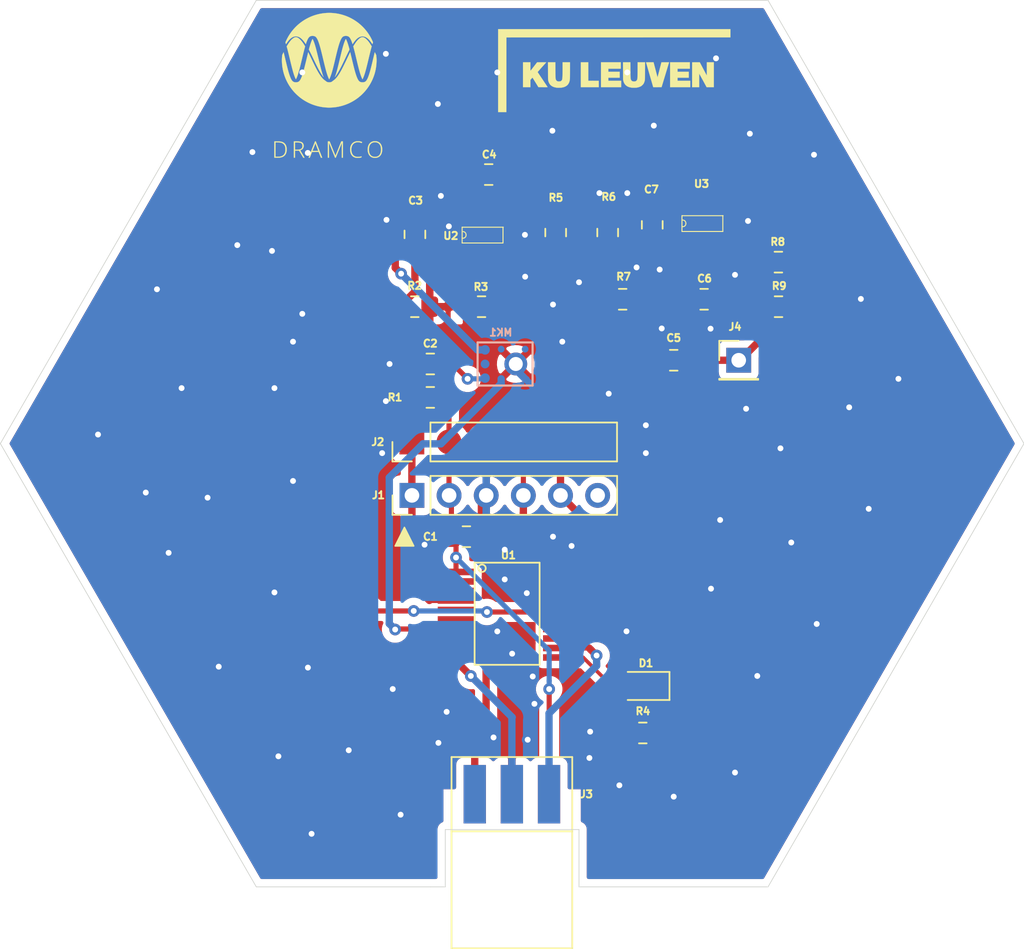
<source format=kicad_pcb>
(kicad_pcb (version 20171130) (host pcbnew "(5.1.4)-1")
  (layers (0 F.Cu signal) (31 B.Cu signal) (34 B.Paste user) (35 F.Paste user) (36 B.SilkS user) (37 F.SilkS user) (38 B.Mask user) (39 F.Mask user) (44 Edge.Cuts user))
  (net 0 "")
  (net 1 GND)
  (net 2 3V3)
  (net 3 VDDsensor)
  (net 4 "Net-(C3-Pad2)")
  (net 5 "Net-(C3-Pad1)")
  (net 6 Vanalog)
  (net 7 MCLR)
  (net 8 ICSPDAT)
  (net 9 ICSPCLK)
  (net 10 "Net-(J1-Pad6)")
  (net 11 SDA)
  (net 12 SCL)
  (net 13 INT)
  (net 14 "Net-(MK1-Pad3)")
  (net 15 "Net-(MK1-Pad2)")
  (net 16 mode)
  (net 17 "Net-(MK1-Pad7)")
  (net 18 "Net-(R3-Pad2)")
  (net 19 "Net-(U1-Pad2)")
  (net 20 "Net-(U1-Pad3)")
  (net 21 "Net-(U1-Pad5)")
  (net 22 "Net-(U1-Pad6)")
  (net 23 "Net-(U1-Pad8)")
  (net 24 "Net-(U1-Pad13)")
  (net 25 "Net-(U1-Pad14)")
  (net 26 "Net-(U1-Pad17)")
  (net 27 "Net-(D1-Pad1)")
  (net 28 LEDdebug)
  (net 29 "Net-(R8-Pad1)")
  (net 30 "Net-(J2-Pad6)")
  (net 31 "Net-(C5-Pad2)")
  (net 32 "Net-(C6-Pad1)")
  (net 33 "Net-(J3-Pad6)")
  (net 34 "Net-(R5-Pad1)")
  (module Capacitor_SMD:C_0805_2012Metric_Pad1.15x1.40mm_HandSolder (layer F.Cu) (at 116.90212 72.49668 180)
    (fp_text reference C2 (at 0 1.397 180) (layer F.SilkS) (effects (font (size 0.5 0.5) (thickness 0.125))))
    (fp_text value "100 nF")
    (pad 1 smd roundrect (at -1.025 0 180) (size 1.15 1.4) (layers F.Cu F.Paste F.Mask) (roundrect_rratio 0.217391) (net 3 VDDsensor))
    (pad 2 smd roundrect (at 1.025 0 180) (size 1.15 1.4) (layers F.Cu F.Paste F.Mask) (roundrect_rratio 0.217391) (net 1 GND))
  )
  (module logoKuleuven2:logoKuleuven2 (layer F.Cu) (at 129.48412 52.43068)
    (fp_text reference G*** hide)
    (fp_text value LOGO hide)
  )
  (module logoDramco2:logoDramco2 (layer F.Cu) (at 109.92612 53.44668)
    (fp_text reference G*** hide)
    (fp_text value LOGO hide)
  )
  (module ConnectorHorizontalPcb:ConnectorHorizontalPcb (layer F.Cu) (at 125.02134 101.91852 270)
    (fp_text reference J3 (at 0 -2.55778 180) (layer F.SilkS) (effects (font (size 0.5 0.5) (thickness 0.125))))
    (fp_text value Conn_02x03_Top_Bottom)
    (pad 6 smd rect (at 0 5.08 270) (size 4 1.524) (layers B.Cu B.Paste B.Mask) (net 33 "Net-(J3-Pad6)"))
    (pad 5 smd rect (at 0 2.54 270) (size 4 1.524) (layers B.Cu B.Paste B.Mask) (net 12 SCL))
    (pad 4 smd rect (at 0 0 270) (size 4 1.524) (layers B.Cu B.Paste B.Mask) (net 11 SDA))
    (pad 3 smd rect (at 0 5.08 270) (size 4 1.524) (layers F.Cu F.Paste F.Mask) (net 13 INT))
    (pad 2 smd rect (at 0 2.54 270) (size 4 1.524) (layers F.Cu F.Paste F.Mask) (net 1 GND))
    (pad 1 smd rect (at 0 0 270) (size 4 1.524) (layers F.Cu F.Paste F.Mask) (net 2 3V3))
  )
  (module PIC16F18446SSOPPIN:PIC16F18446SSOP20PIN (layer F.Cu) (at 118.66118 86.72068)
    (fp_text reference U1 (at 3.58394 -1.143) (layer F.SilkS) (effects (font (size 0.5 0.5) (thickness 0.125))))
    (fp_text value PIC16F18446)
    (pad 20 smd rect (at 7.2 0) (size 2.5 0.45) (layers F.Cu F.Paste F.Mask) (net 1 GND))
    (pad 19 smd rect (at 7.2 0.65) (size 2.5 0.45) (layers F.Cu F.Paste F.Mask) (net 8 ICSPDAT))
    (pad 18 smd rect (at 7.2 1.3) (size 2.5 0.45) (layers F.Cu F.Paste F.Mask) (net 9 ICSPCLK))
    (pad 17 smd rect (at 7.2 1.95) (size 2.5 0.45) (layers F.Cu F.Paste F.Mask) (net 26 "Net-(U1-Pad17)"))
    (pad 16 smd rect (at 7.2 2.6) (size 2.5 0.45) (layers F.Cu F.Paste F.Mask) (net 3 VDDsensor))
    (pad 15 smd rect (at 7.2 3.25) (size 2.5 0.45) (layers F.Cu F.Paste F.Mask) (net 6 Vanalog))
    (pad 14 smd rect (at 7.2 3.9) (size 2.5 0.45) (layers F.Cu F.Paste F.Mask) (net 25 "Net-(U1-Pad14)"))
    (pad 13 smd rect (at 7.2 4.55) (size 2.5 0.45) (layers F.Cu F.Paste F.Mask) (net 24 "Net-(U1-Pad13)"))
    (pad 12 smd rect (at 7.2 5.2) (size 2.5 0.45) (layers F.Cu F.Paste F.Mask) (net 11 SDA))
    (pad 11 smd rect (at 7.2 5.85) (size 2.5 0.45) (layers F.Cu F.Paste F.Mask) (net 28 LEDdebug))
    (pad 10 smd rect (at 0 5.85) (size 2.5 0.45) (layers F.Cu F.Paste F.Mask) (net 12 SCL))
    (pad 9 smd rect (at 0 5.2) (size 2.5 0.45) (layers F.Cu F.Paste F.Mask) (net 13 INT))
    (pad 8 smd rect (at 0 4.55) (size 2.5 0.45) (layers F.Cu F.Paste F.Mask) (net 23 "Net-(U1-Pad8)"))
    (pad 7 smd rect (at 0 3.9) (size 2.5 0.45) (layers F.Cu F.Paste F.Mask) (net 16 mode))
    (pad 6 smd rect (at 0 3.25) (size 2.5 0.45) (layers F.Cu F.Paste F.Mask) (net 22 "Net-(U1-Pad6)"))
    (pad 5 smd rect (at 0 2.6) (size 2.5 0.45) (layers F.Cu F.Paste F.Mask) (net 21 "Net-(U1-Pad5)"))
    (pad 4 smd rect (at 0 1.95) (size 2.5 0.45) (layers F.Cu F.Paste F.Mask) (net 7 MCLR))
    (pad 3 smd rect (at 0 1.3) (size 2.5 0.45) (layers F.Cu F.Paste F.Mask) (net 20 "Net-(U1-Pad3)"))
    (pad 2 smd rect (at 0 0.65) (size 2.5 0.45) (layers F.Cu F.Paste F.Mask) (net 19 "Net-(U1-Pad2)"))
    (pad 1 smd rect (at 0 0) (size 2.5 0.45) (layers F.Cu F.Paste F.Mask) (net 2 3V3))
  )
  (module Connector_PinHeader_2.54mm:PinHeader_1x01_P2.54mm_Vertical (layer F.Cu) (at 137.99312 72.24268)
    (fp_text reference J4 (at -0.254 -2.286) (layer F.SilkS) (effects (font (size 0.5 0.5) (thickness 0.125))))
    (fp_text value VanalogTestPin)
    (pad 1 thru_hole rect (at 0 0) (size 1.7 1.7) (drill 1) (layers *.Cu *.Mask) (net 6 Vanalog))
  )
  (module "tlv341-sot-23-6:TLV341 SOT-23-6" (layer F.Cu) (at 119.5882 64.7954)
    (fp_text reference U2 (at -1.28008 -1.06172 180) (layer F.SilkS) (effects (font (size 0.5 0.5) (thickness 0.125))))
    (fp_text value TLV341A)
    (pad 6 smd rect (at 0 -2.413) (size 0.55 1.4) (layers F.Cu F.Paste F.Mask) (net 3 VDDsensor))
    (pad 5 smd rect (at 0.95 -2.413) (size 0.55 1.4) (layers F.Cu F.Paste F.Mask) (net 3 VDDsensor))
    (pad 4 smd rect (at 1.9 -2.413) (size 0.55 1.4) (layers F.Cu F.Paste F.Mask) (net 34 "Net-(R5-Pad1)"))
    (pad 3 smd rect (at 1.9 0.2032) (size 0.55 1.4) (layers F.Cu F.Paste F.Mask) (net 18 "Net-(R3-Pad2)"))
    (pad 2 smd rect (at 0.95 0.2032) (size 0.55 1.4) (layers F.Cu F.Paste F.Mask) (net 1 GND))
    (pad 1 smd rect (at 0 0.2032) (size 0.55 1.4) (layers F.Cu F.Paste F.Mask) (net 5 "Net-(C3-Pad1)"))
  )
  (module "tlv341-sot-23-6:TLV341 SOT-23-6" (layer F.Cu) (at 134.62 64.008)
    (fp_text reference U3 (at 0.83312 -3.83032 180) (layer F.SilkS) (effects (font (size 0.5 0.5) (thickness 0.125))))
    (fp_text value TLV341A)
    (pad 1 smd rect (at 0 0.2032) (size 0.55 1.4) (layers F.Cu F.Paste F.Mask) (net 32 "Net-(C6-Pad1)"))
    (pad 2 smd rect (at 0.95 0.2032) (size 0.55 1.4) (layers F.Cu F.Paste F.Mask) (net 1 GND))
    (pad 3 smd rect (at 1.9 0.2032) (size 0.55 1.4) (layers F.Cu F.Paste F.Mask) (net 29 "Net-(R8-Pad1)"))
    (pad 4 smd rect (at 1.9 -2.413) (size 0.55 1.4) (layers F.Cu F.Paste F.Mask) (net 6 Vanalog))
    (pad 5 smd rect (at 0.95 -2.413) (size 0.55 1.4) (layers F.Cu F.Paste F.Mask) (net 3 VDDsensor))
    (pad 6 smd rect (at 0 -2.413) (size 0.55 1.4) (layers F.Cu F.Paste F.Mask) (net 3 VDDsensor))
  )
  (module Capacitor_SMD:C_0805_2012Metric_Pad1.15x1.40mm_HandSolder (layer F.Cu) (at 119.371 84.30768)
    (fp_text reference C1 (at -2.45988 0) (layer F.SilkS) (effects (font (size 0.5 0.5) (thickness 0.125))))
    (fp_text value "100 nF")
    (pad 2 smd roundrect (at 1.025 0) (size 1.15 1.4) (layers F.Cu F.Paste F.Mask) (roundrect_rratio 0.217391) (net 1 GND))
    (pad 1 smd roundrect (at -1.025 0) (size 1.15 1.4) (layers F.Cu F.Paste F.Mask) (roundrect_rratio 0.217391) (net 2 3V3))
  )
  (module Capacitor_SMD:C_0805_2012Metric_Pad1.15x1.40mm_HandSolder (layer F.Cu) (at 115.8494 63.636 90)
    (fp_text reference C3 (at 2.31532 0.04572 180) (layer F.SilkS) (effects (font (size 0.5 0.5) (thickness 0.125))))
    (fp_text value "47 nF")
    (pad 2 smd roundrect (at 1.025 0 90) (size 1.15 1.4) (layers F.Cu F.Paste F.Mask) (roundrect_rratio 0.217391) (net 4 "Net-(C3-Pad2)"))
    (pad 1 smd roundrect (at -1.025 0 90) (size 1.15 1.4) (layers F.Cu F.Paste F.Mask) (roundrect_rratio 0.217391) (net 5 "Net-(C3-Pad1)"))
  )
  (module Capacitor_SMD:C_0805_2012Metric_Pad1.15x1.40mm_HandSolder (layer F.Cu) (at 120.895 59.54268)
    (fp_text reference C4 (at 0.03694 -1.36906) (layer F.SilkS) (effects (font (size 0.5 0.5) (thickness 0.125))))
    (fp_text value "100 nF")
    (pad 2 smd roundrect (at 1.025 0) (size 1.15 1.4) (layers F.Cu F.Paste F.Mask) (roundrect_rratio 0.217391) (net 1 GND))
    (pad 1 smd roundrect (at -1.025 0) (size 1.15 1.4) (layers F.Cu F.Paste F.Mask) (roundrect_rratio 0.217391) (net 3 VDDsensor))
  )
  (module Capacitor_SMD:C_0805_2012Metric_Pad1.15x1.40mm_HandSolder (layer F.Cu) (at 133.54812 72.24268 180)
    (fp_text reference C5 (at 0 1.524) (layer F.SilkS) (effects (font (size 0.5 0.5) (thickness 0.125))))
    (fp_text value "2.2 nF")
    (pad 2 smd roundrect (at 1.025 0 180) (size 1.15 1.4) (layers F.Cu F.Paste F.Mask) (roundrect_rratio 0.217391) (net 31 "Net-(C5-Pad2)"))
    (pad 1 smd roundrect (at -1.025 0 180) (size 1.15 1.4) (layers F.Cu F.Paste F.Mask) (roundrect_rratio 0.217391) (net 6 Vanalog))
  )
  (module Capacitor_SMD:C_0805_2012Metric_Pad1.15x1.40mm_HandSolder (layer F.Cu) (at 135.627 68.072)
    (fp_text reference C6 (at 0.02678 -1.41732) (layer F.SilkS) (effects (font (size 0.5 0.5) (thickness 0.125))))
    (fp_text value "2.2 nF")
    (pad 1 smd roundrect (at -1.025 0) (size 1.15 1.4) (layers F.Cu F.Paste F.Mask) (roundrect_rratio 0.217391) (net 32 "Net-(C6-Pad1)"))
    (pad 2 smd roundrect (at 1.025 0) (size 1.15 1.4) (layers F.Cu F.Paste F.Mask) (roundrect_rratio 0.217391) (net 1 GND))
  )
  (module Capacitor_SMD:C_0805_2012Metric_Pad1.15x1.40mm_HandSolder (layer F.Cu) (at 132.08 62.983 270)
    (fp_text reference C7 (at -2.42432 0.05588 180) (layer F.SilkS) (effects (font (size 0.5 0.5) (thickness 0.125))))
    (fp_text value "100 nF")
    (pad 1 smd roundrect (at -1.025 0 270) (size 1.15 1.4) (layers F.Cu F.Paste F.Mask) (roundrect_rratio 0.217391) (net 3 VDDsensor))
    (pad 2 smd roundrect (at 1.025 0 270) (size 1.15 1.4) (layers F.Cu F.Paste F.Mask) (roundrect_rratio 0.217391) (net 1 GND))
  )
  (module Connector_PinHeader_2.54mm:PinHeader_1x06_P2.54mm_Vertical (layer F.Cu) (at 115.6462 81.4832 90)
    (fp_text reference J1 (at 0.0127 -2.29108 180) (layer F.SilkS) (effects (font (size 0.5 0.5) (thickness 0.125))))
    (fp_text value ProgramPic)
    (pad 1 thru_hole rect (at 0 0 90) (size 1.7 1.7) (drill 1) (layers *.Cu *.Mask) (net 7 MCLR))
    (pad 2 thru_hole oval (at 0 2.54 90) (size 1.7 1.7) (drill 1) (layers *.Cu *.Mask) (net 2 3V3))
    (pad 3 thru_hole oval (at 0 5.08 90) (size 1.7 1.7) (drill 1) (layers *.Cu *.Mask) (net 1 GND))
    (pad 4 thru_hole oval (at 0 7.62 90) (size 1.7 1.7) (drill 1) (layers *.Cu *.Mask) (net 8 ICSPDAT))
    (pad 5 thru_hole oval (at 0 10.16 90) (size 1.7 1.7) (drill 1) (layers *.Cu *.Mask) (net 9 ICSPCLK))
    (pad 6 thru_hole oval (at 0 12.7 90) (size 1.7 1.7) (drill 1) (layers *.Cu *.Mask) (net 10 "Net-(J1-Pad6)"))
  )
  (module vesper_vm1010:VESPER_VM1010 (layer B.Cu) (at 123.38812 73.51268 180)
    (fp_text reference MK1 (at 1.67124 3.16892 180) (layer B.SilkS) (effects (font (size 0.5 0.5) (thickness 0.125)) (justify mirror)))
    (fp_text value VesperVM1010)
    (pad 4 smd circle (at 0 0 180) (size 0.46 0.46) (layers B.Cu B.Paste B.Mask) (net 1 GND))
    (pad 3 smd circle (at 0 2.03 180) (size 0.46 0.46) (layers B.Cu B.Paste B.Mask) (net 14 "Net-(MK1-Pad3)"))
    (pad 2 smd circle (at 1.64 2.03 180) (size 0.46 0.46) (layers B.Cu B.Paste B.Mask) (net 15 "Net-(MK1-Pad2)"))
    (pad 5 smd circle (at 1.64 0 180) (size 0.46 0.46) (layers B.Cu B.Paste B.Mask) (net 16 mode))
    (pad 8 thru_hole circle (at 0.64 1.015 180) (size 1.56 1.56) (drill 0.96) (layers *.Cu *.Mask) (net 1 GND))
    (pad 7 smd circle (at 2.74 1.015 180) (size 0.6 0.6) (layers B.Cu B.Paste B.Mask) (net 17 "Net-(MK1-Pad7)"))
    (pad 1 smd circle (at 2.74 1.98 180) (size 0.65 0.65) (layers B.Cu B.Paste B.Mask) (net 4 "Net-(C3-Pad2)"))
    (pad 6 smd circle (at 2.74 0.05 180) (size 0.65 0.65) (layers B.Cu B.Paste B.Mask) (net 3 VDDsensor))
  )
  (module Resistor_SMD:R_0805_2012Metric_Pad1.15x1.40mm_HandSolder (layer F.Cu) (at 116.90212 74.78268 180)
    (fp_text reference R1 (at 2.413 0) (layer F.SilkS) (effects (font (size 0.5 0.5) (thickness 0.125))))
    (fp_text value 10k)
    (pad 1 smd roundrect (at -1.025 0 180) (size 1.15 1.4) (layers F.Cu F.Paste F.Mask) (roundrect_rratio 0.217391) (net 2 3V3))
    (pad 2 smd roundrect (at 1.025 0 180) (size 1.15 1.4) (layers F.Cu F.Paste F.Mask) (roundrect_rratio 0.217391) (net 7 MCLR))
  )
  (module Resistor_SMD:R_0805_2012Metric_Pad1.15x1.40mm_HandSolder (layer F.Cu) (at 115.8404 68.58)
    (fp_text reference R2 (at -0.00878 -1.4351) (layer F.SilkS) (effects (font (size 0.5 0.5) (thickness 0.125))))
    (fp_text value 120k)
    (pad 2 smd roundrect (at 1.025 0) (size 1.15 1.4) (layers F.Cu F.Paste F.Mask) (roundrect_rratio 0.217391) (net 1 GND))
    (pad 1 smd roundrect (at -1.025 0) (size 1.15 1.4) (layers F.Cu F.Paste F.Mask) (roundrect_rratio 0.217391) (net 5 "Net-(C3-Pad1)"))
  )
  (module Resistor_SMD:R_0805_2012Metric_Pad1.15x1.40mm_HandSolder (layer F.Cu) (at 120.405 68.58)
    (fp_text reference R3 (at -0.04202 -1.35382) (layer F.SilkS) (effects (font (size 0.5 0.5) (thickness 0.125))))
    (fp_text value 18k)
    (pad 1 smd roundrect (at -1.025 0) (size 1.15 1.4) (layers F.Cu F.Paste F.Mask) (roundrect_rratio 0.217391) (net 1 GND))
    (pad 2 smd roundrect (at 1.025 0) (size 1.15 1.4) (layers F.Cu F.Paste F.Mask) (roundrect_rratio 0.217391) (net 18 "Net-(R3-Pad2)"))
  )
  (module Resistor_SMD:R_0805_2012Metric_Pad1.15x1.40mm_HandSolder (layer F.Cu) (at 125.476 63.509 270)
    (fp_text reference R5 (at -2.38136 -0.0127 180) (layer F.SilkS) (effects (font (size 0.5 0.5) (thickness 0.125))))
    (fp_text value 560k)
    (pad 1 smd roundrect (at -1.025 0 270) (size 1.15 1.4) (layers F.Cu F.Paste F.Mask) (roundrect_rratio 0.217391) (net 34 "Net-(R5-Pad1)"))
    (pad 2 smd roundrect (at 1.025 0 270) (size 1.15 1.4) (layers F.Cu F.Paste F.Mask) (roundrect_rratio 0.217391) (net 18 "Net-(R3-Pad2)"))
  )
  (module Resistor_SMD:R_0805_2012Metric_Pad1.15x1.40mm_HandSolder (layer F.Cu) (at 129.032 63.509 90)
    (fp_text reference R6 (at 2.44232 0.07112 180) (layer F.SilkS) (effects (font (size 0.5 0.5) (thickness 0.125))))
    (fp_text value 10k)
    (pad 1 smd roundrect (at -1.025 0 90) (size 1.15 1.4) (layers F.Cu F.Paste F.Mask) (roundrect_rratio 0.217391) (net 31 "Net-(C5-Pad2)"))
    (pad 2 smd roundrect (at 1.025 0 90) (size 1.15 1.4) (layers F.Cu F.Paste F.Mask) (roundrect_rratio 0.217391) (net 34 "Net-(R5-Pad1)"))
  )
  (module Resistor_SMD:R_0805_2012Metric_Pad1.15x1.40mm_HandSolder (layer F.Cu) (at 130.057 68.072 180)
    (fp_text reference R7 (at -0.06212 1.54432) (layer F.SilkS) (effects (font (size 0.5 0.5) (thickness 0.125))))
    (fp_text value 10k)
    (pad 2 smd roundrect (at 1.025 0 180) (size 1.15 1.4) (layers F.Cu F.Paste F.Mask) (roundrect_rratio 0.217391) (net 31 "Net-(C5-Pad2)"))
    (pad 1 smd roundrect (at -1.025 0 180) (size 1.15 1.4) (layers F.Cu F.Paste F.Mask) (roundrect_rratio 0.217391) (net 32 "Net-(C6-Pad1)"))
  )
  (module Resistor_SMD:R_0805_2012Metric_Pad1.15x1.40mm_HandSolder (layer F.Cu) (at 140.707 65.532)
    (fp_text reference R8 (at -0.04688 -1.38684) (layer F.SilkS) (effects (font (size 0.5 0.5) (thickness 0.125))))
    (fp_text value 2.7k)
    (pad 2 smd roundrect (at 1.025 0) (size 1.15 1.4) (layers F.Cu F.Paste F.Mask) (roundrect_rratio 0.217391) (net 1 GND))
    (pad 1 smd roundrect (at -1.025 0) (size 1.15 1.4) (layers F.Cu F.Paste F.Mask) (roundrect_rratio 0.217391) (net 29 "Net-(R8-Pad1)"))
  )
  (module Resistor_SMD:R_0805_2012Metric_Pad1.15x1.40mm_HandSolder (layer F.Cu) (at 140.716 68.58 180)
    (fp_text reference R9 (at -0.04572 1.41732) (layer F.SilkS) (effects (font (size 0.5 0.5) (thickness 0.125))))
    (fp_text value 1k)
    (pad 2 smd roundrect (at 1.025 0 180) (size 1.15 1.4) (layers F.Cu F.Paste F.Mask) (roundrect_rratio 0.217391) (net 29 "Net-(R8-Pad1)"))
    (pad 1 smd roundrect (at -1.025 0 180) (size 1.15 1.4) (layers F.Cu F.Paste F.Mask) (roundrect_rratio 0.217391) (net 6 Vanalog))
  )
  (module LED_SMD:LED_0805_2012Metric_Pad1.15x1.40mm_HandSolder (layer F.Cu) (at 131.39928 94.51594 180)
    (fp_text reference D1 (at -0.25146 1.55448) (layer F.SilkS) (effects (font (size 0.5 0.5) (thickness 0.125))))
    (fp_text value LED)
    (pad 1 smd roundrect (at -1.025 0 180) (size 1.15 1.4) (layers F.Cu F.Paste F.Mask) (roundrect_rratio 0.217391) (net 27 "Net-(D1-Pad1)"))
    (pad 2 smd roundrect (at 1.025 0 180) (size 1.15 1.4) (layers F.Cu F.Paste F.Mask) (roundrect_rratio 0.217391) (net 28 LEDdebug))
  )
  (module Resistor_SMD:R_0805_2012Metric_Pad1.15x1.40mm_HandSolder (layer F.Cu) (at 131.43368 97.73158 180)
    (fp_text reference R4 (at -0.00878 1.4859) (layer F.SilkS) (effects (font (size 0.5 0.5) (thickness 0.125))))
    (fp_text value 470)
    (pad 1 smd roundrect (at -1.025 0 180) (size 1.15 1.4) (layers F.Cu F.Paste F.Mask) (roundrect_rratio 0.217391) (net 27 "Net-(D1-Pad1)"))
    (pad 2 smd roundrect (at 1.025 0 180) (size 1.15 1.4) (layers F.Cu F.Paste F.Mask) (roundrect_rratio 0.217391) (net 1 GND))
  )
  (module Connector_PinHeader_2.54mm:PinHeader_1x06_P2.54mm_Vertical (layer F.Cu) (at 115.64112 77.83068 90)
    (fp_text reference J2 (at 0 -2.33 180) (layer F.SilkS) (effects (font (size 0.5 0.5) (thickness 0.125))))
    (fp_text value ProgramPic)
    (pad 1 smd rect (at 0 0 90) (size 1.7 1.7) (layers F.Cu F.Mask) (net 7 MCLR))
    (pad 2 smd oval (at 0 2.54 90) (size 1.7 1.7) (layers F.Cu F.Mask) (net 2 3V3))
    (pad 3 smd oval (at 0 5.08 90) (size 1.7 1.7) (layers F.Cu F.Mask) (net 1 GND))
    (pad 4 smd oval (at 0 7.62 90) (size 1.7 1.7) (layers F.Cu F.Mask) (net 8 ICSPDAT))
    (pad 5 smd oval (at 0 10.16 90) (size 1.7 1.7) (layers F.Cu F.Mask) (net 9 ICSPCLK))
    (pad 6 smd oval (at 0 12.7 90) (size 1.7 1.7) (layers F.Cu F.Mask) (net 30 "Net-(J2-Pad6)"))
  )
  (gr_poly (pts (xy 115.13312 83.67268) (xy 114.49812 84.94268) (xy 115.76812 84.94268)) (layer F.SilkS) (width 0.1))
  (gr_line (start 117.92712 104.33668) (end 127.07112 104.33668) (layer Edge.Cuts) (width 0.05))
  (gr_line (start 127.07112 108.2525) (end 140 108.2525) (layer Edge.Cuts) (width 0.05))
  (gr_line (start 127.07112 104.33668) (end 127.07112 108.2525) (layer Edge.Cuts) (width 0.05))
  (gr_line (start 117.92712 108.2525) (end 117.92712 104.33668) (layer Edge.Cuts) (width 0.05))
  (gr_line (start 116.91 108.2525) (end 117.92712 108.2525) (layer Edge.Cuts) (width 0.05))
  (gr_line (start 105 108.2525) (end 116.91 108.2525) (layer Edge.Cuts) (width 0.05))
  (gr_line (start 87.5 77.9418) (end 105 47.6311) (layer Edge.Cuts) (width 0.05))
  (gr_line (start 105 108.2525) (end 87.5 77.9418) (layer Edge.Cuts) (width 0.05))
  (gr_line (start 157.5 77.9418) (end 140 108.2525) (layer Edge.Cuts) (width 0.05))
  (gr_line (start 140 47.6311) (end 157.5 77.9418) (layer Edge.Cuts) (width 0.05))
  (gr_line (start 105 47.6311) (end 140 47.6311) (layer Edge.Cuts) (width 0.05))
  (via (at 132.588 66.04) (size 0.8) (drill 0.4) (layers F.Cu B.Cu) (net 1))
  (segment (start 132.08 64.008) (end 132.08 65.532) (width 0.5) (layer F.Cu) (net 1))
  (segment (start 132.08 65.532) (end 132.588 66.04) (width 0.5) (layer F.Cu) (net 1))
  (via (at 137.73912 66.40068) (size 0.8) (drill 0.4) (layers F.Cu B.Cu) (net 1))
  (via (at 127.07112 66.90868) (size 0.8) (drill 0.4) (layers F.Cu B.Cu) (net 1))
  (via (at 101.67112 81.64068) (size 0.8) (drill 0.4) (layers F.Cu B.Cu) (net 1))
  (via (at 103.70312 64.36868) (size 0.8) (drill 0.4) (layers F.Cu B.Cu) (net 1))
  (via (at 117.41912 54.71668) (size 0.8) (drill 0.4) (layers F.Cu B.Cu) (net 1))
  (via (at 138.75512 56.74868) (size 0.8) (drill 0.4) (layers F.Cu B.Cu) (net 1))
  (via (at 148.91512 73.51268) (size 0.8) (drill 0.4) (layers F.Cu B.Cu) (net 1))
  (via (at 143.32712 90.27668) (size 0.8) (drill 0.4) (layers F.Cu B.Cu) (net 1))
  (via (at 136.72312 83.16468) (size 0.8) (drill 0.4) (layers F.Cu B.Cu) (net 1))
  (via (at 129.10312 74.52868) (size 0.8) (drill 0.4) (layers F.Cu B.Cu) (net 1))
  (via (at 111.32312 98.91268) (size 0.8) (drill 0.4) (layers F.Cu B.Cu) (net 1))
  (via (at 137.73912 100.43668) (size 0.8) (drill 0.4) (layers F.Cu B.Cu) (net 1))
  (via (at 108.14812 69.06768) (size 0.8) (drill 0.4) (layers F.Cu B.Cu) (net 1))
  (via (at 125.29312 68.43268) (size 0.8) (drill 0.4) (layers F.Cu B.Cu) (net 1))
  (via (at 125.92812 70.97268) (size 0.8) (drill 0.4) (layers F.Cu B.Cu) (net 1))
  (via (at 131.64312 78.59268) (size 0.8) (drill 0.4) (layers F.Cu B.Cu) (net 1))
  (via (at 107.51312 70.97268) (size 0.8) (drill 0.4) (layers F.Cu B.Cu) (net 1))
  (via (at 106.24312 74.14768) (size 0.8) (drill 0.4) (layers F.Cu B.Cu) (net 1))
  (via (at 99.89312 74.14768) (size 0.8) (drill 0.4) (layers F.Cu B.Cu) (net 1))
  (via (at 107.51312 80.49768) (size 0.8) (drill 0.4) (layers F.Cu B.Cu) (net 1))
  (via (at 106.24312 88.11768) (size 0.8) (drill 0.4) (layers F.Cu B.Cu) (net 1))
  (via (at 102.43312 93.19768) (size 0.8) (drill 0.4) (layers F.Cu B.Cu) (net 1))
  (via (at 146.88312 82.40268) (size 0.8) (drill 0.4) (layers F.Cu B.Cu) (net 1))
  (via (at 130.37312 52.55768) (size 0.8) (drill 0.4) (layers F.Cu B.Cu) (net 1))
  (via (at 121.48312 52.55768) (size 0.8) (drill 0.4) (layers F.Cu B.Cu) (net 1))
  (via (at 113.86312 51.28768) (size 0.8) (drill 0.4) (layers F.Cu B.Cu) (net 1))
  (via (at 108.14812 52.55768) (size 0.8) (drill 0.4) (layers F.Cu B.Cu) (net 1))
  (via (at 128.46812 60.81268) (size 0.8) (drill 0.4) (layers F.Cu B.Cu) (net 1))
  (via (at 130.37312 60.81268) (size 0.8) (drill 0.4) (layers F.Cu B.Cu) (net 1))
  (via (at 131.00812 65.89268) (size 0.8) (drill 0.4) (layers F.Cu B.Cu) (net 1))
  (via (at 138.62812 62.71768) (size 0.8) (drill 0.4) (layers F.Cu B.Cu) (net 1))
  (via (at 123.38812 66.52768) (size 0.8) (drill 0.4) (layers F.Cu B.Cu) (net 1))
  (via (at 131.64312 76.68768) (size 0.8) (drill 0.4) (layers F.Cu B.Cu) (net 1))
  (via (at 125.29312 84.30768) (size 0.8) (drill 0.4) (layers F.Cu B.Cu) (net 1))
  (via (at 126.56312 84.94268) (size 0.8) (drill 0.4) (layers F.Cu B.Cu) (net 1))
  (via (at 127.83312 97.64268) (size 0.8) (drill 0.4) (layers F.Cu B.Cu) (net 1))
  (via (at 133.54812 102.08768) (size 0.8) (drill 0.4) (layers F.Cu B.Cu) (net 1))
  (via (at 139.26312 93.83268) (size 0.8) (drill 0.4) (layers F.Cu B.Cu) (net 1))
  (via (at 108.78312 104.62768) (size 0.8) (drill 0.4) (layers F.Cu B.Cu) (net 1))
  (via (at 94.17812 77.32268) (size 0.8) (drill 0.4) (layers F.Cu B.Cu) (net 1))
  (segment (start 120.396 81.8134) (end 120.7262 81.4832) (width 0.5) (layer F.Cu) (net 1))
  (segment (start 120.396 84.18068) (end 120.396 81.8134) (width 0.5) (layer F.Cu) (net 1))
  (via (at 123.90628 93.86824) (size 0.8) (drill 0.4) (layers F.Cu B.Cu) (net 1))
  (via (at 121.48312 90.78468) (size 0.8) (drill 0.4) (layers F.Cu B.Cu) (net 1))
  (via (at 121.99112 87.22868) (size 0.8) (drill 0.4) (layers F.Cu B.Cu) (net 1))
  (via (at 121.99112 85.19668) (size 0.8) (drill 0.4) (layers F.Cu B.Cu) (net 1))
  (via (at 122.49912 92.30868) (size 0.8) (drill 0.4) (layers F.Cu B.Cu) (net 1))
  (via (at 124.02312 95.73768) (size 0.8) (drill 0.4) (layers F.Cu B.Cu) (net 1))
  (segment (start 122.48134 99.56852) (end 122.48642 99.56344) (width 0.5) (layer F.Cu) (net 1))
  (segment (start 122.48134 101.91852) (end 122.48134 99.56852) (width 0.5) (layer F.Cu) (net 1))
  (segment (start 122.48134 99.56852) (end 122.48134 98.35134) (width 0.5) (layer F.Cu) (net 1))
  (via (at 123.56084 98.19386) (size 0.8) (drill 0.4) (layers F.Cu B.Cu) (net 1))
  (via (at 121.22658 98.03638) (size 0.8) (drill 0.4) (layers F.Cu B.Cu) (net 1))
  (via (at 118.01856 96.28632) (size 0.8) (drill 0.4) (layers F.Cu B.Cu) (net 1))
  (via (at 117.45722 98.40722) (size 0.8) (drill 0.4) (layers F.Cu B.Cu) (net 1))
  (via (at 114.33302 94.72676) (size 0.8) (drill 0.4) (layers F.Cu B.Cu) (net 1))
  (via (at 127.78232 99.441) (size 0.8) (drill 0.4) (layers F.Cu B.Cu) (net 1))
  (via (at 129.8321 101.31044) (size 0.8) (drill 0.4) (layers F.Cu B.Cu) (net 1))
  (via (at 123.37288 63.6651) (size 0.8) (drill 0.4) (layers F.Cu B.Cu) (net 1))
  (via (at 116.5098 84.85632) (size 0.8) (drill 0.4) (layers F.Cu B.Cu) (net 1))
  (via (at 132.7277 70.06844) (size 0.8) (drill 0.4) (layers F.Cu B.Cu) (net 1))
  (via (at 136.0678 70.08368) (size 0.8) (drill 0.4) (layers F.Cu B.Cu) (net 1))
  (via (at 138.49858 75.55992) (size 0.8) (drill 0.4) (layers F.Cu B.Cu) (net 1))
  (via (at 140.84808 78.26502) (size 0.8) (drill 0.4) (layers F.Cu B.Cu) (net 1))
  (via (at 145.54708 75.46086) (size 0.8) (drill 0.4) (layers F.Cu B.Cu) (net 1))
  (via (at 141.58722 84.70646) (size 0.8) (drill 0.4) (layers F.Cu B.Cu) (net 1))
  (via (at 136.09828 87.86368) (size 0.8) (drill 0.4) (layers F.Cu B.Cu) (net 1))
  (via (at 130.31978 90.7796) (size 0.8) (drill 0.4) (layers F.Cu B.Cu) (net 1))
  (via (at 146.34718 68.04914) (size 0.8) (drill 0.4) (layers F.Cu B.Cu) (net 1))
  (via (at 143.1417 58.18886) (size 0.8) (drill 0.4) (layers F.Cu B.Cu) (net 1))
  (via (at 136.44118 51.59502) (size 0.8) (drill 0.4) (layers F.Cu B.Cu) (net 1))
  (via (at 125.24994 56.54802) (size 0.8) (drill 0.4) (layers F.Cu B.Cu) (net 1))
  (via (at 132.18668 56.1975) (size 0.8) (drill 0.4) (layers F.Cu B.Cu) (net 1))
  (via (at 108.52404 58.0644) (size 0.8) (drill 0.4) (layers F.Cu B.Cu) (net 1))
  (via (at 104.7369 58.00598) (size 0.8) (drill 0.4) (layers F.Cu B.Cu) (net 1))
  (via (at 98.2091 67.38874) (size 0.8) (drill 0.4) (layers F.Cu B.Cu) (net 1))
  (via (at 106.07548 64.76492) (size 0.8) (drill 0.4) (layers F.Cu B.Cu) (net 1))
  (via (at 97.44456 81.29016) (size 0.8) (drill 0.4) (layers F.Cu B.Cu) (net 1))
  (via (at 99.00666 85.41258) (size 0.8) (drill 0.4) (layers F.Cu B.Cu) (net 1))
  (via (at 108.53166 93.26118) (size 0.8) (drill 0.4) (layers F.Cu B.Cu) (net 1))
  (via (at 106.5149 99.3267) (size 0.8) (drill 0.4) (layers F.Cu B.Cu) (net 1))
  (via (at 114.8715 103.31958) (size 0.8) (drill 0.4) (layers F.Cu B.Cu) (net 1))
  (via (at 118.17096 63.08598) (size 0.8) (drill 0.4) (layers F.Cu B.Cu) (net 1))
  (via (at 117.62486 61.00318) (size 0.8) (drill 0.4) (layers F.Cu B.Cu) (net 1))
  (via (at 113.9063 62.64148) (size 0.8) (drill 0.4) (layers F.Cu B.Cu) (net 1))
  (via (at 123.49988 88.16848) (size 0.8) (drill 0.4) (layers F.Cu B.Cu) (net 1))
  (via (at 114.11712 72.49668) (size 0.8) (drill 0.4) (layers F.Cu B.Cu) (net 1))
  (via (at 113.86312 75.03668) (size 0.8) (drill 0.4) (layers F.Cu B.Cu) (net 1))
  (via (at 113.60912 78.59268) (size 0.8) (drill 0.4) (layers F.Cu B.Cu) (net 1))
  (segment (start 122.74812 72.87268) (end 123.38812 73.51268) (width 0.5) (layer B.Cu) (net 1))
  (segment (start 122.74812 72.49768) (end 122.74812 72.87268) (width 0.5) (layer B.Cu) (net 1))
  (segment (start 118.06312 81.36012) (end 118.1862 81.4832) (width 0.35) (layer F.Cu) (net 2))
  (segment (start 118.1862 84.02088) (end 118.346 84.18068) (width 0.35) (layer F.Cu) (net 2))
  (segment (start 118.43512 84.2698) (end 118.346 84.18068) (width 0.35) (layer F.Cu) (net 2))
  (segment (start 125.0315 99.1235) (end 125.0315 94.7293) (width 0.35) (layer F.Cu) (net 2))
  (via (at 125.031479 94.729321) (size 0.8) (drill 0.4) (layers F.Cu B.Cu) (net 2))
  (segment (start 125.0315 94.7293) (end 125.031479 94.729321) (width 0.35) (layer F.Cu) (net 2))
  (segment (start 125.0315 99.55836) (end 125.0315 99.1235) (width 0.35) (layer F.Cu) (net 2))
  (segment (start 125.02134 99.56852) (end 125.0315 99.55836) (width 0.35) (layer F.Cu) (net 2))
  (segment (start 125.02134 101.91852) (end 125.02134 99.56852) (width 0.35) (layer F.Cu) (net 2))
  (segment (start 118.66118 84.62286) (end 118.346 84.30768) (width 0.35) (layer F.Cu) (net 2))
  (segment (start 118.346 81.643) (end 118.1862 81.4832) (width 0.35) (layer F.Cu) (net 2))
  (segment (start 118.346 84.30768) (end 118.346 81.643) (width 0.35) (layer F.Cu) (net 2))
  (segment (start 118.18112 81.47812) (end 118.1862 81.4832) (width 0.35) (layer F.Cu) (net 2))
  (segment (start 118.18112 77.83068) (end 118.18112 81.47812) (width 0.35) (layer F.Cu) (net 2))
  (segment (start 118.18112 75.03668) (end 117.92712 74.78268) (width 0.35) (layer F.Cu) (net 2))
  (segment (start 118.18112 77.83068) (end 118.18112 75.03668) (width 0.35) (layer F.Cu) (net 2))
  (via (at 118.66118 85.73262) (size 0.8) (drill 0.4) (layers F.Cu B.Cu) (net 2))
  (segment (start 118.66118 86.72068) (end 118.66118 85.73262) (width 0.35) (layer F.Cu) (net 2))
  (segment (start 118.66118 85.73262) (end 118.66118 84.62286) (width 0.35) (layer F.Cu) (net 2))
  (segment (start 125.031479 94.163636) (end 125.031479 94.729321) (width 0.35) (layer B.Cu) (net 2))
  (segment (start 118.66118 85.73262) (end 125.031479 92.102919) (width 0.35) (layer B.Cu) (net 2))
  (segment (start 125.031479 92.102919) (end 125.031479 94.163636) (width 0.35) (layer B.Cu) (net 2))
  (segment (start 119.5882 62.3824) (end 120.5382 62.3824) (width 0.35) (layer F.Cu) (net 3))
  (segment (start 134.62 61.595) (end 135.57 61.595) (width 0.35) (layer F.Cu) (net 3))
  (segment (start 135.57 61.595) (end 135.57 60.01) (width 0.35) (layer F.Cu) (net 3))
  (segment (start 135.57 60.01) (end 134.996 59.436) (width 0.35) (layer F.Cu) (net 3))
  (segment (start 134.996 59.436) (end 131.572 59.436) (width 0.35) (layer F.Cu) (net 3))
  (segment (start 112.2934 67.4444) (end 112.2934 62.3824) (width 0.35) (layer F.Cu) (net 3))
  (segment (start 119.5882 59.82448) (end 119.87 59.54268) (width 0.35) (layer F.Cu) (net 3))
  (segment (start 119.5882 62.3824) (end 119.5882 59.82448) (width 0.35) (layer F.Cu) (net 3))
  (segment (start 124.968 60.96) (end 126.492 59.436) (width 0.35) (layer F.Cu) (net 3))
  (segment (start 119.9606 60.96) (end 124.968 60.96) (width 0.35) (layer F.Cu) (net 3))
  (segment (start 119.5882 61.3324) (end 119.9606 60.96) (width 0.35) (layer F.Cu) (net 3))
  (segment (start 119.5882 62.3824) (end 119.5882 61.3324) (width 0.35) (layer F.Cu) (net 3))
  (segment (start 115.13312 59.54268) (end 114.49812 60.17768) (width 0.35) (layer F.Cu) (net 3))
  (segment (start 119.87 59.54268) (end 115.13312 59.54268) (width 0.35) (layer F.Cu) (net 3))
  (segment (start 112.2934 62.3824) (end 114.49812 60.17768) (width 0.35) (layer F.Cu) (net 3))
  (via (at 115.76812 89.38768) (size 0.8) (drill 0.4) (layers F.Cu B.Cu) (net 3))
  (segment (start 115.76812 89.38768) (end 120.703892 89.38768) (width 0.35) (layer B.Cu) (net 3))
  (segment (start 120.703892 89.38768) (end 120.776006 89.459794) (width 0.35) (layer B.Cu) (net 3))
  (via (at 120.776006 89.459794) (size 0.8) (drill 0.4) (layers F.Cu B.Cu) (net 3))
  (segment (start 123.951006 89.459794) (end 120.776006 89.459794) (width 0.35) (layer F.Cu) (net 3))
  (segment (start 120.91512 89.32068) (end 120.776006 89.459794) (width 0.35) (layer F.Cu) (net 3))
  (segment (start 124.122066 89.459794) (end 123.951006 89.459794) (width 0.35) (layer F.Cu) (net 3))
  (segment (start 124.26118 89.32068) (end 124.122066 89.459794) (width 0.35) (layer F.Cu) (net 3))
  (segment (start 125.86118 89.32068) (end 124.26118 89.32068) (width 0.35) (layer F.Cu) (net 3))
  (segment (start 113.22812 89.38768) (end 115.76812 89.38768) (width 0.35) (layer F.Cu) (net 3))
  (segment (start 112.59312 88.75268) (end 113.22812 89.38768) (width 0.35) (layer F.Cu) (net 3))
  (segment (start 112.2934 88.45296) (end 113.22812 89.38768) (width 0.35) (layer F.Cu) (net 3))
  (segment (start 112.2934 75.7174) (end 112.2934 88.45296) (width 0.35) (layer F.Cu) (net 3))
  (segment (start 132.08 61.0362) (end 130.4798 59.436) (width 0.35) (layer F.Cu) (net 3))
  (segment (start 132.08 61.958) (end 132.08 61.0362) (width 0.35) (layer F.Cu) (net 3))
  (segment (start 126.492 59.436) (end 130.4798 59.436) (width 0.35) (layer F.Cu) (net 3))
  (segment (start 130.4798 59.436) (end 131.572 59.436) (width 0.35) (layer F.Cu) (net 3))
  (segment (start 112.2934 71.43496) (end 112.38484 71.43496) (width 0.35) (layer F.Cu) (net 3))
  (segment (start 112.2934 71.43496) (end 112.2934 75.7174) (width 0.35) (layer F.Cu) (net 3))
  (segment (start 112.2934 67.4444) (end 112.2934 71.43496) (width 0.35) (layer F.Cu) (net 3))
  (segment (start 112.38484 71.43496) (end 112.84712 70.97268) (width 0.35) (layer F.Cu) (net 3))
  (segment (start 116.40312 70.97268) (end 117.92712 72.49668) (width 0.35) (layer F.Cu) (net 3))
  (segment (start 112.84712 70.97268) (end 116.40312 70.97268) (width 0.35) (layer F.Cu) (net 3))
  (via (at 119.45112 73.51268) (size 0.8) (drill 0.4) (layers F.Cu B.Cu) (net 3))
  (segment (start 117.92712 72.49668) (end 118.43512 72.49668) (width 0.35) (layer F.Cu) (net 3))
  (segment (start 118.43512 72.49668) (end 119.45112 73.51268) (width 0.35) (layer F.Cu) (net 3))
  (segment (start 120.59812 73.51268) (end 120.64812 73.46268) (width 0.35) (layer B.Cu) (net 3))
  (segment (start 119.45112 73.51268) (end 120.59812 73.51268) (width 0.35) (layer B.Cu) (net 3))
  (segment (start 115.7984 62.662) (end 115.8494 62.611) (width 0.5) (layer F.Cu) (net 4))
  (via (at 114.90706 66.32194) (size 0.8) (drill 0.4) (layers F.Cu B.Cu) (net 4))
  (segment (start 120.1178 71.53268) (end 115.307059 66.721939) (width 0.5) (layer B.Cu) (net 4))
  (segment (start 115.307059 66.721939) (end 114.90706 66.32194) (width 0.5) (layer B.Cu) (net 4))
  (segment (start 120.64812 71.53268) (end 120.1178 71.53268) (width 0.5) (layer B.Cu) (net 4))
  (segment (start 114.507061 65.921941) (end 114.90706 66.32194) (width 0.5) (layer F.Cu) (net 4))
  (segment (start 114.507061 63.953339) (end 114.507061 65.921941) (width 0.5) (layer F.Cu) (net 4))
  (segment (start 115.8494 62.611) (end 114.507061 63.953339) (width 0.5) (layer F.Cu) (net 4))
  (segment (start 119.2506 64.661) (end 119.5882 64.9986) (width 0.5) (layer F.Cu) (net 5))
  (segment (start 115.8494 64.661) (end 119.2506 64.661) (width 0.5) (layer F.Cu) (net 5))
  (segment (start 115.8494 67.546) (end 115.8494 64.661) (width 0.5) (layer F.Cu) (net 5))
  (segment (start 114.8154 68.58) (end 115.8494 67.546) (width 0.5) (layer F.Cu) (net 5))
  (segment (start 143.256 67.065) (end 141.741 68.58) (width 0.5) (layer F.Cu) (net 6))
  (segment (start 143.256 64.17056) (end 143.256 67.065) (width 0.5) (layer F.Cu) (net 6))
  (segment (start 136.52 61.595) (end 140.68044 61.595) (width 0.5) (layer F.Cu) (net 6))
  (segment (start 140.68044 61.595) (end 143.256 64.17056) (width 0.5) (layer F.Cu) (net 6))
  (segment (start 127.46118 89.97068) (end 125.86118 89.97068) (width 0.35) (layer F.Cu) (net 6))
  (segment (start 133.688121 83.743739) (end 127.46118 89.97068) (width 0.5) (layer F.Cu) (net 6))
  (segment (start 133.688121 73.127679) (end 133.688121 83.743739) (width 0.5) (layer F.Cu) (net 6))
  (segment (start 134.57312 72.24268) (end 133.688121 73.127679) (width 0.5) (layer F.Cu) (net 6))
  (segment (start 138.07832 72.24268) (end 137.99312 72.24268) (width 0.5) (layer F.Cu) (net 6))
  (segment (start 141.741 68.58) (end 138.07832 72.24268) (width 0.5) (layer F.Cu) (net 6))
  (segment (start 137.99312 72.24268) (end 134.57312 72.24268) (width 0.5) (layer F.Cu) (net 6))
  (segment (start 116.01312 81.11628) (end 115.6462 81.4832) (width 0.5) (layer F.Cu) (net 7))
  (segment (start 116.83928 88.67068) (end 115.6462 87.4776) (width 0.5) (layer F.Cu) (net 7))
  (segment (start 118.66118 88.67068) (end 116.83928 88.67068) (width 0.35) (layer F.Cu) (net 7))
  (segment (start 115.6462 81.4832) (end 115.6462 87.4776) (width 0.5) (layer F.Cu) (net 7))
  (segment (start 115.87712 77.59468) (end 115.64112 77.83068) (width 0.5) (layer F.Cu) (net 7))
  (segment (start 115.87712 74.78268) (end 115.87712 77.59468) (width 0.5) (layer F.Cu) (net 7))
  (segment (start 115.64112 81.47812) (end 115.6462 81.4832) (width 0.5) (layer F.Cu) (net 7))
  (segment (start 115.64112 77.83068) (end 115.64112 81.47812) (width 0.5) (layer F.Cu) (net 7))
  (segment (start 123.2662 81.4832) (end 123.2662 82.685281) (width 0.5) (layer F.Cu) (net 8))
  (segment (start 124.26118 87.37068) (end 125.86118 87.37068) (width 0.35) (layer F.Cu) (net 8))
  (segment (start 123.2662 86.3757) (end 124.26118 87.37068) (width 0.5) (layer F.Cu) (net 8))
  (segment (start 123.2662 82.685281) (end 123.2662 86.3757) (width 0.5) (layer F.Cu) (net 8))
  (segment (start 123.30313 78.820501) (end 123.30313 77.83068) (width 0.35) (layer F.Cu) (net 8))
  (segment (start 123.30313 79.684101) (end 123.30313 78.820501) (width 0.35) (layer F.Cu) (net 8))
  (segment (start 123.2662 81.4832) (end 123.2662 79.721031) (width 0.35) (layer F.Cu) (net 8))
  (segment (start 123.2662 79.721031) (end 123.30313 79.684101) (width 0.35) (layer F.Cu) (net 8))
  (segment (start 127.29512 88.02068) (end 125.86118 88.02068) (width 0.35) (layer F.Cu) (net 9))
  (segment (start 127.83312 87.48268) (end 127.29512 88.02068) (width 0.35) (layer F.Cu) (net 9))
  (segment (start 125.8062 81.4832) (end 127.83312 83.51012) (width 0.5) (layer F.Cu) (net 9))
  (segment (start 127.83312 83.51012) (end 127.83312 87.48268) (width 0.5) (layer F.Cu) (net 9))
  (segment (start 125.8062 77.83576) (end 125.80112 77.83068) (width 0.5) (layer F.Cu) (net 9))
  (segment (start 125.8062 81.4832) (end 125.8062 77.83576) (width 0.5) (layer F.Cu) (net 9))
  (via (at 128.27508 92.433139) (size 0.8) (drill 0.4) (layers F.Cu B.Cu) (net 11))
  (segment (start 125.02134 99.91852) (end 125.02134 96.39046) (width 0.5) (layer B.Cu) (net 11))
  (segment (start 127.762621 91.92068) (end 127.875081 92.03314) (width 0.5) (layer F.Cu) (net 11))
  (segment (start 127.875081 92.03314) (end 128.27508 92.433139) (width 0.5) (layer F.Cu) (net 11))
  (segment (start 125.86118 91.92068) (end 127.762621 91.92068) (width 0.35) (layer F.Cu) (net 11))
  (segment (start 128.27508 92.998824) (end 128.27508 92.433139) (width 0.5) (layer B.Cu) (net 11))
  (segment (start 128.27508 93.13672) (end 128.27508 92.998824) (width 0.5) (layer B.Cu) (net 11))
  (segment (start 125.02134 96.39046) (end 128.27508 93.13672) (width 0.5) (layer B.Cu) (net 11))
  (segment (start 118.66118 92.57068) (end 117.63618 92.57068) (width 0.35) (layer F.Cu) (net 12))
  (segment (start 122.48134 96.67646) (end 122.48134 99.91852) (width 0.5) (layer B.Cu) (net 12))
  (segment (start 122.49912 96.65868) (end 122.48134 96.67646) (width 0.5) (layer B.Cu) (net 12))
  (segment (start 119.673094 93.832654) (end 122.49912 96.65868) (width 0.5) (layer B.Cu) (net 12))
  (via (at 119.673094 93.832654) (size 0.8) (drill 0.4) (layers F.Cu B.Cu) (net 12))
  (segment (start 118.66118 92.57068) (end 118.66118 92.82074) (width 0.35) (layer F.Cu) (net 12))
  (segment (start 118.66118 92.82074) (end 119.673094 93.832654) (width 0.5) (layer F.Cu) (net 12))
  (segment (start 119.94134 97.56852) (end 120.71858 96.79128) (width 0.5) (layer F.Cu) (net 13))
  (segment (start 119.94134 99.91852) (end 119.94134 97.56852) (width 0.5) (layer F.Cu) (net 13))
  (segment (start 120.71858 96.79128) (end 120.71858 92.17152) (width 0.5) (layer F.Cu) (net 13))
  (segment (start 120.46774 91.92068) (end 118.66118 91.92068) (width 0.35) (layer F.Cu) (net 13))
  (segment (start 120.71858 92.17152) (end 120.46774 91.92068) (width 0.5) (layer F.Cu) (net 13))
  (via (at 114.498113 90.657687) (size 0.8) (drill 0.4) (layers F.Cu B.Cu) (net 16))
  (segment (start 118.66118 90.62068) (end 114.53512 90.62068) (width 0.35) (layer F.Cu) (net 16))
  (segment (start 114.53512 90.62068) (end 114.498113 90.657687) (width 0.5) (layer F.Cu) (net 16))
  (segment (start 121.74812 73.837949) (end 117.628389 77.95768) (width 0.5) (layer B.Cu) (net 16))
  (segment (start 121.74812 73.51268) (end 121.74812 73.837949) (width 0.5) (layer B.Cu) (net 16))
  (segment (start 117.628389 77.95768) (end 116.40312 77.95768) (width 0.5) (layer B.Cu) (net 16))
  (segment (start 116.40312 77.95768) (end 114.098114 80.262686) (width 0.5) (layer B.Cu) (net 16))
  (segment (start 114.098114 80.262686) (end 114.098114 82.421686) (width 0.5) (layer B.Cu) (net 16))
  (segment (start 114.098114 90.257688) (end 114.498113 90.657687) (width 0.5) (layer B.Cu) (net 16))
  (segment (start 114.098114 82.421686) (end 114.098114 84.707686) (width 0.5) (layer B.Cu) (net 16))
  (segment (start 114.098114 84.707686) (end 114.098114 90.257688) (width 0.5) (layer B.Cu) (net 16))
  (segment (start 121.43 65.0568) (end 121.4882 64.9986) (width 0.5) (layer F.Cu) (net 18))
  (segment (start 121.43 68.58) (end 121.43 65.0568) (width 0.5) (layer F.Cu) (net 18))
  (segment (start 125.0114 64.9986) (end 125.476 64.534) (width 0.5) (layer F.Cu) (net 18))
  (segment (start 121.4882 64.9986) (end 125.0114 64.9986) (width 0.5) (layer F.Cu) (net 18))
  (segment (start 132.42428 97.69718) (end 132.45868 97.73158) (width 0.25) (layer F.Cu) (net 27))
  (segment (start 132.42428 94.51594) (end 132.42428 97.69718) (width 0.25) (layer F.Cu) (net 27))
  (segment (start 125.86118 92.57068) (end 127.36118 92.57068) (width 0.25) (layer F.Cu) (net 28))
  (segment (start 129.30644 94.51594) (end 129.69928 94.51594) (width 0.25) (layer F.Cu) (net 28))
  (segment (start 127.36118 92.57068) (end 129.30644 94.51594) (width 0.25) (layer F.Cu) (net 28))
  (segment (start 129.69928 94.51594) (end 130.37428 94.51594) (width 0.25) (layer F.Cu) (net 28))
  (segment (start 139.691 65.541) (end 139.682 65.532) (width 0.25) (layer F.Cu) (net 29))
  (segment (start 139.691 68.58) (end 139.691 65.541) (width 0.25) (layer F.Cu) (net 29))
  (segment (start 138.3612 64.2112) (end 139.682 65.532) (width 0.25) (layer F.Cu) (net 29))
  (segment (start 136.52 64.2112) (end 138.3612 64.2112) (width 0.25) (layer F.Cu) (net 29))
  (segment (start 129.032 65.209) (end 129.032 68.072) (width 0.25) (layer F.Cu) (net 31))
  (segment (start 129.032 64.534) (end 129.032 65.209) (width 0.25) (layer F.Cu) (net 31))
  (segment (start 131.00812 72.24268) (end 129.032 70.26656) (width 0.25) (layer F.Cu) (net 31))
  (segment (start 132.52312 72.24268) (end 131.00812 72.24268) (width 0.25) (layer F.Cu) (net 31))
  (segment (start 129.032 68.072) (end 129.032 70.26656) (width 0.25) (layer F.Cu) (net 31))
  (segment (start 131.082 68.072) (end 134.602 68.072) (width 0.25) (layer F.Cu) (net 32))
  (segment (start 134.602 64.2292) (end 134.62 64.2112) (width 0.25) (layer F.Cu) (net 32))
  (segment (start 134.602 68.072) (end 134.602 64.2292) (width 0.25) (layer F.Cu) (net 32))
  (segment (start 125.3744 62.3824) (end 125.476 62.484) (width 0.25) (layer F.Cu) (net 34))
  (segment (start 121.4882 62.3824) (end 125.3744 62.3824) (width 0.25) (layer F.Cu) (net 34))
  (segment (start 125.476 62.484) (end 129.032 62.484) (width 0.25) (layer F.Cu) (net 34))
  (zone (net 1) (net_name GND) (layer F.Cu) (connect_pads (clearance 0.508)) (min_thickness 0.254) (fill yes (arc_segments 32) (thermal_gap 0.508) (thermal_bridge_width 0.508))
    (polygon (pts (xy 117.80012 108.18368) (xy 105.10012 108.18368) (xy 87.57412 77.95768) (xy 105.10012 47.73168) (xy 139.89812 47.73168) (xy 157.42412 77.95768) (xy 140.02512 108.18368) (xy 127.19812 108.18368) (xy 127.19812 101.57968) (xy 117.80012 101.57968)))
  )
  (zone (net 1) (net_name GND) (layer B.Cu) (connect_pads (clearance 0.508)) (min_thickness 0.254) (fill yes (arc_segments 32) (thermal_gap 0.508) (thermal_bridge_width 0.508))
    (polygon (pts (xy 140.02512 108.18368) (xy 157.42412 77.95768) (xy 139.89812 47.73168) (xy 105.10012 47.73168) (xy 87.57412 77.95768) (xy 105.10012 108.18368) (xy 117.80012 108.18368) (xy 117.80012 101.57968) (xy 127.19812 101.57968) (xy 127.19812 108.18368)))
  )
)
</source>
